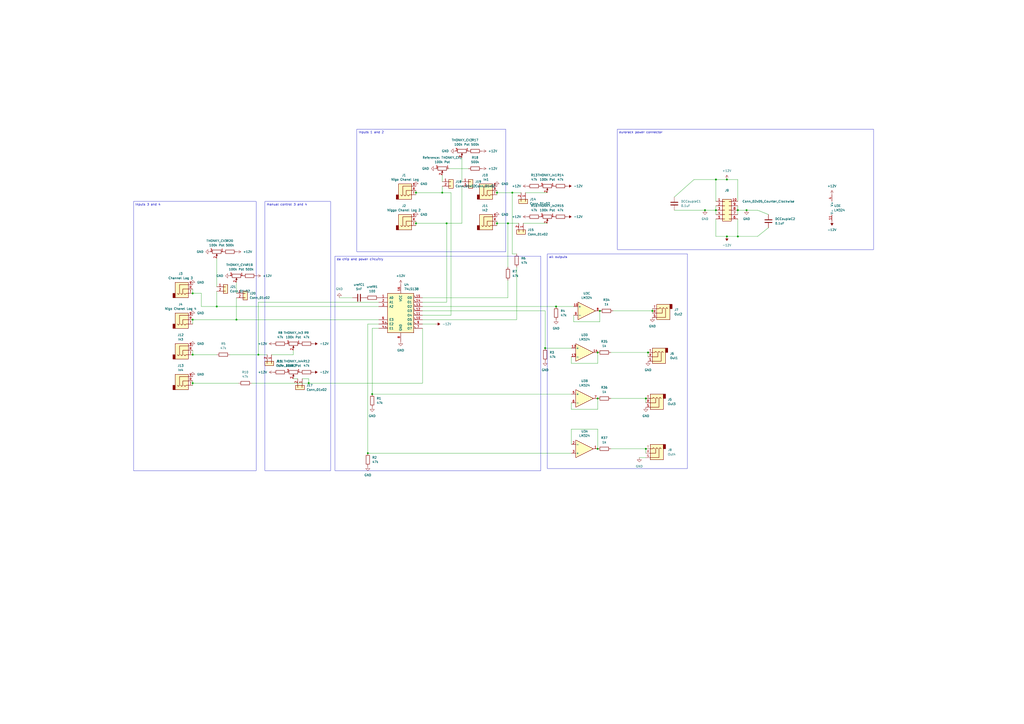
<source format=kicad_sch>
(kicad_sch (version 20230121) (generator eeschema)
  (paper "A2")
  (lib_symbols
    (symbol "74xx:74LS138" (pin_names (offset 1.016))
      (property "Reference" "U" (at -7.62 11.43 0))
      (property "Value" "74LS138" (at -7.62 -13.97 0))
      (symbol "74LS138_1_0"
        (pin input line (at -12.7 7.62 0) (length 5.08) (name "A0") (number "1"))
        (pin output output_low (at 12.7 -5.08 180) (length 5.08) (name "O5") (number "10"))
        (pin output output_low (at 12.7 -2.54 180) (length 5.08) (name "O4") (number "11"))
        (pin output output_low (at 12.7 0 180) (length 5.08) (name "O3") (number "12"))
        (pin output output_low (at 12.7 2.54 180) (length 5.08) (name "O2") (number "13"))
        (pin output output_low (at 12.7 5.08 180) (length 5.08) (name "O1") (number "14"))
        (pin output output_low (at 12.7 7.62 180) (length 5.08) (name "O0") (number "15"))
        (pin power_in line (at 0 15.24 270) (length 5.08) (name "VCC") (number "16"))
        (pin input line (at -12.7 5.08 0) (length 5.08) (name "A1") (number "2"))
        (pin input line (at -12.7 2.54 0) (length 5.08) (name "A2") (number "3"))
        (pin input input_low (at -12.7 -10.16 0) (length 5.08) (name "E1") (number "4"))
        (pin input input_low (at -12.7 -7.62 0) (length 5.08) (name "E2") (number "5"))
        (pin input line (at -12.7 -5.08 0) (length 5.08) (name "E3") (number "6"))
        (pin output output_low (at 12.7 -10.16 180) (length 5.08) (name "O7") (number "7"))
        (pin power_in line (at 0 -17.78 90) (length 5.08) (name "GND") (number "8"))
        (pin output output_low (at 12.7 -7.62 180) (length 5.08) (name "O6") (number "9"))
      )
      (symbol "74LS138_1_1"
        (rectangle (start -7.62 10.16) (end 7.62 -12.7) (stroke (width 0.254)) (fill (type background)))
      )
    )
    (symbol "Amplifier_Operational:LM324" (pin_names (offset 0.127))
      (property "Reference" "U" (at 0 5.08 0))
      (property "Value" "LM324" (at 0 -5.08 0))
      (symbol "LM324_1_1"
        (polyline (pts (xy -5.08 5.08) (xy 5.08 0) (xy -5.08 -5.08) (xy -5.08 5.08)) (stroke (width 0.254)) (fill (type background)))
        (pin output line (at 7.62 0 180) (length 2.54) (name "~") (number "1"))
        (pin input line (at -7.62 -2.54 0) (length 2.54) (name "-") (number "2"))
        (pin input line (at -7.62 2.54 0) (length 2.54) (name "+") (number "3"))
      )
      (symbol "LM324_2_1"
        (polyline (pts (xy -5.08 5.08) (xy 5.08 0) (xy -5.08 -5.08) (xy -5.08 5.08)) (stroke (width 0.254)) (fill (type background)))
        (pin input line (at -7.62 2.54 0) (length 2.54) (name "+") (number "5"))
        (pin input line (at -7.62 -2.54 0) (length 2.54) (name "-") (number "6"))
        (pin output line (at 7.62 0 180) (length 2.54) (name "~") (number "7"))
      )
      (symbol "LM324_3_1"
        (polyline (pts (xy -5.08 5.08) (xy 5.08 0) (xy -5.08 -5.08) (xy -5.08 5.08)) (stroke (width 0.254)) (fill (type background)))
        (pin input line (at -7.62 2.54 0) (length 2.54) (name "+") (number "10"))
        (pin output line (at 7.62 0 180) (length 2.54) (name "~") (number "8"))
        (pin input line (at -7.62 -2.54 0) (length 2.54) (name "-") (number "9"))
      )
      (symbol "LM324_4_1"
        (polyline (pts (xy -5.08 5.08) (xy 5.08 0) (xy -5.08 -5.08) (xy -5.08 5.08)) (stroke (width 0.254)) (fill (type background)))
        (pin input line (at -7.62 2.54 0) (length 2.54) (name "+") (number "12"))
        (pin input line (at -7.62 -2.54 0) (length 2.54) (name "-") (number "13"))
        (pin output line (at 7.62 0 180) (length 2.54) (name "~") (number "14"))
      )
      (symbol "LM324_5_1"
        (pin power_in line (at -2.54 -7.62 90) (length 3.81) (name "V-") (number "11"))
        (pin power_in line (at -2.54 7.62 270) (length 3.81) (name "V+") (number "4"))
      )
    )
    (symbol "Connector:AudioJack3"
      (property "Reference" "J" (at 0 8.89 0))
      (property "Value" "AudioJack3" (at 0 6.35 0))
      (symbol "AudioJack3_0_1"
        (rectangle (start -5.08 -5.08) (end -6.35 -2.54) (stroke (width 0.254)) (fill (type outline)))
        (polyline (pts (xy 0 -2.54) (xy 0.635 -3.175) (xy 1.27 -2.54) (xy 2.54 -2.54)) (stroke (width 0.254)))
        (polyline (pts (xy -1.905 -2.54) (xy -1.27 -3.175) (xy -0.635 -2.54) (xy -0.635 0) (xy 2.54 0)) (stroke (width 0.254)))
        (polyline (pts (xy 2.54 2.54) (xy -2.54 2.54) (xy -2.54 -2.54) (xy -3.175 -3.175) (xy -3.81 -2.54)) (stroke (width 0.254)))
        (rectangle (start 2.54 3.81) (end -5.08 -5.08) (stroke (width 0.254)) (fill (type background)))
      )
      (symbol "AudioJack3_1_1"
        (pin passive line (at 5.08 0 180) (length 2.54) (name "~") (number "R"))
        (pin passive line (at 5.08 2.54 180) (length 2.54) (name "~") (number "S"))
        (pin passive line (at 5.08 -2.54 180) (length 2.54) (name "~") (number "T"))
      )
    )
    (symbol "Connector_Generic:Conn_01x02" (pin_names (offset 1.016) hide)
      (property "Reference" "J" (at 0 2.54 0))
      (property "Value" "Conn_01x02" (at 0 -5.08 0))
      (symbol "Conn_01x02_1_1"
        (rectangle (start -1.27 -2.413) (end 0 -2.667) (stroke (width 0.1524)))
        (rectangle (start -1.27 0.127) (end 0 -0.127) (stroke (width 0.1524)))
        (rectangle (start -1.27 1.27) (end 1.27 -3.81) (stroke (width 0.254)) (fill (type background)))
        (pin passive line (at -5.08 0 0) (length 3.81) (name "Pin_1") (number "1"))
        (pin passive line (at -5.08 -2.54 0) (length 3.81) (name "Pin_2") (number "2"))
      )
    )
    (symbol "Connector_Generic:Conn_02x05_Counter_Clockwise" (pin_names (offset 1.016) hide)
      (property "Reference" "J" (at 1.27 7.62 0))
      (property "Value" "Conn_02x05_Counter_Clockwise" (at 1.27 -7.62 0))
      (symbol "Conn_02x05_Counter_Clockwise_1_1"
        (rectangle (start -1.27 -4.953) (end 0 -5.207) (stroke (width 0.1524)))
        (rectangle (start -1.27 -2.413) (end 0 -2.667) (stroke (width 0.1524)))
        (rectangle (start -1.27 0.127) (end 0 -0.127) (stroke (width 0.1524)))
        (rectangle (start -1.27 2.667) (end 0 2.413) (stroke (width 0.1524)))
        (rectangle (start -1.27 5.207) (end 0 4.953) (stroke (width 0.1524)))
        (rectangle (start -1.27 6.35) (end 3.81 -6.35) (stroke (width 0.254)) (fill (type background)))
        (rectangle (start 3.81 -4.953) (end 2.54 -5.207) (stroke (width 0.1524)))
        (rectangle (start 3.81 -2.413) (end 2.54 -2.667) (stroke (width 0.1524)))
        (rectangle (start 3.81 0.127) (end 2.54 -0.127) (stroke (width 0.1524)))
        (rectangle (start 3.81 2.667) (end 2.54 2.413) (stroke (width 0.1524)))
        (rectangle (start 3.81 5.207) (end 2.54 4.953) (stroke (width 0.1524)))
        (pin passive line (at -5.08 5.08 0) (length 3.81) (name "Pin_1") (number "1"))
        (pin passive line (at 7.62 5.08 180) (length 3.81) (name "Pin_10") (number "10"))
        (pin passive line (at -5.08 2.54 0) (length 3.81) (name "Pin_2") (number "2"))
        (pin passive line (at -5.08 0 0) (length 3.81) (name "Pin_3") (number "3"))
        (pin passive line (at -5.08 -2.54 0) (length 3.81) (name "Pin_4") (number "4"))
        (pin passive line (at -5.08 -5.08 0) (length 3.81) (name "Pin_5") (number "5"))
        (pin passive line (at 7.62 -5.08 180) (length 3.81) (name "Pin_6") (number "6"))
        (pin passive line (at 7.62 -2.54 180) (length 3.81) (name "Pin_7") (number "7"))
        (pin passive line (at 7.62 0 180) (length 3.81) (name "Pin_8") (number "8"))
        (pin passive line (at 7.62 2.54 180) (length 3.81) (name "Pin_9") (number "9"))
      )
    )
    (symbol "Device:C" (pin_numbers hide) (pin_names (offset 0.254))
      (property "Reference" "C" (at 0.635 2.54 0))
      (property "Value" "C" (at 0.635 -2.54 0))
      (symbol "C_0_1"
        (polyline (pts (xy -2.032 -0.762) (xy 2.032 -0.762)) (stroke (width 0.508)))
        (polyline (pts (xy -2.032 0.762) (xy 2.032 0.762)) (stroke (width 0.508)))
      )
      (symbol "C_1_1"
        (pin passive line (at 0 3.81 270) (length 2.794) (name "~") (number "1"))
        (pin passive line (at 0 -3.81 90) (length 2.794) (name "~") (number "2"))
      )
    )
    (symbol "Device:R" (pin_numbers hide) (pin_names (offset 0))
      (property "Reference" "R" (at 2.032 0 90))
      (property "Value" "R" (at 0 0 90))
      (symbol "R_0_1"
        (rectangle (start -1.016 -2.54) (end 1.016 2.54) (stroke (width 0.254)))
      )
      (symbol "R_1_1"
        (pin passive line (at 0 3.81 270) (length 1.27) (name "~") (number "1"))
        (pin passive line (at 0 -3.81 90) (length 1.27) (name "~") (number "2"))
      )
    )
    (symbol "Device:R_Potentiometer" (pin_names (offset 1.016) hide)
      (property "Reference" "RV" (at -4.445 0 90))
      (property "Value" "R_Potentiometer" (at -2.54 0 90))
      (symbol "R_Potentiometer_0_1"
        (polyline (pts (xy 2.54 0) (xy 1.524 0)))
        (polyline (pts (xy 1.143 0) (xy 2.286 0.508) (xy 2.286 -0.508) (xy 1.143 0)) (fill (type outline)))
        (rectangle (start 1.016 2.54) (end -1.016 -2.54) (stroke (width 0.254)))
      )
      (symbol "R_Potentiometer_1_1"
        (pin passive line (at 0 3.81 270) (length 1.27) (name "1") (number "1"))
        (pin passive line (at 3.81 0 180) (length 1.27) (name "2") (number "2"))
        (pin passive line (at 0 -3.81 90) (length 1.27) (name "3") (number "3"))
      )
    )
    (symbol "power:+12V" (power) (pin_names (offset 0))
      (property "Value" "+12V" (at 0 3.556 0))
      (symbol "+12V_0_1"
        (polyline (pts (xy -0.762 1.27) (xy 0 2.54)))
        (polyline (pts (xy 0 0) (xy 0 2.54)))
        (polyline (pts (xy 0 2.54) (xy 0.762 1.27)))
      )
      (symbol "+12V_1_1"
        (pin power_in line (at 0 0 90) (length 0) hide (name "+12V") (number "1"))
      )
    )
    (symbol "power:-12V" (power) (pin_names (offset 0))
      (property "Value" "-12V" (at 0 3.81 0))
      (symbol "-12V_0_0"
        (pin power_in line (at 0 0 90) (length 0) hide (name "-12V") (number "1"))
      )
      (symbol "-12V_0_1"
        (polyline (pts (xy 0 0) (xy 0 1.27) (xy 0.762 1.27) (xy 0 2.54) (xy -0.762 1.27) (xy 0 1.27)) (fill (type outline)))
      )
    )
    (symbol "power:GND" (power) (pin_names (offset 0))
      (property "Value" "GND" (at 0 -3.81 0))
      (symbol "GND_0_1"
        (polyline (pts (xy 0 0) (xy 0 -1.27) (xy 1.27 -1.27) (xy 0 -2.54) (xy -1.27 -1.27) (xy 0 -1.27)))
      )
      (symbol "GND_1_1"
        (pin power_in line (at 0 0 270) (length 0) hide (name "GND") (number "1"))
      )
    )
  )
  (junction (at 241.3 111.76))
  (junction (at 149.86 205.74))
  (junction (at 316.23 201.93))
  (junction (at 111.76 222.25))
  (junction (at 288.29 111.76))
  (junction (at 421.64 104.14))
  (junction (at 294.64 129.54))
  (junction (at 415.29 121.92))
  (junction (at 137.16 185.42))
  (junction (at 375.92 204.47))
  (junction (at 288.29 129.54))
  (junction (at 427.99 137.16))
  (junction (at 297.18 111.76))
  (junction (at 111.76 185.42))
  (junction (at 259.08 129.54))
  (junction (at 125.73 177.8))
  (junction (at 111.76 170.18))
  (junction (at 346.71 260.35))
  (junction (at 347.98 180.34))
  (junction (at 346.71 231.14))
  (junction (at 213.36 262.89))
  (junction (at 374.65 260.35))
  (junction (at 433.07 121.92))
  (junction (at 111.76 205.74))
  (junction (at 408.94 121.92))
  (junction (at 179.07 222.25))
  (junction (at 378.46 180.34))
  (junction (at 346.71 204.47))
  (junction (at 215.9 228.6))
  (junction (at 256.54 111.76))
  (junction (at 421.64 137.16))
  (junction (at 427.99 121.92))
  (junction (at 322.58 177.8))
  (junction (at 415.29 104.14))
  (junction (at 241.3 129.54))
  (junction (at 374.65 231.14))
  (wire (pts (xy 245.11 190.5) (xy 245.11 222.25)))
  (wire (pts (xy 241.3 111.76) (xy 256.54 111.76)))
  (wire (pts (xy 219.71 187.96) (xy 213.36 187.96)))
  (wire (pts (xy 331.47 257.81) (xy 331.47 248.92)))
  (wire (pts (xy 427.99 119.38) (xy 427.99 121.92)))
  (wire (pts (xy 137.16 185.42) (xy 219.71 185.42)))
  (wire (pts (xy 213.36 262.89) (xy 331.47 262.89)))
  (wire (pts (xy 297.18 111.76) (xy 302.26 111.76)))
  (wire (pts (xy 378.46 180.34) (xy 378.46 181.61)))
  (wire (pts (xy 347.98 186.69) (xy 347.98 180.34)))
  (wire (pts (xy 288.29 111.76) (xy 288.29 113.03)))
  (wire (pts (xy 433.07 121.92) (xy 439.42 121.92)))
  (wire (pts (xy 294.64 129.54) (xy 300.99 129.54)))
  (wire (pts (xy 260.35 97.79) (xy 271.78 97.79)))
  (wire (pts (xy 125.73 149.86) (xy 125.73 166.37)))
  (wire (pts (xy 116.84 170.18) (xy 111.76 170.18)))
  (wire (pts (xy 175.26 219.71) (xy 179.07 219.71)))
  (wire (pts (xy 241.3 128.27) (xy 241.3 129.54)))
  (wire (pts (xy 245.11 172.72) (xy 294.64 172.72)))
  (wire (pts (xy 316.23 201.93) (xy 316.23 180.34)))
  (wire (pts (xy 245.11 180.34) (xy 316.23 180.34)))
  (wire (pts (xy 439.42 121.92) (xy 445.77 124.46)))
  (wire (pts (xy 256.54 111.76) (xy 261.62 111.76)))
  (wire (pts (xy 331.47 207.01) (xy 331.47 210.82)))
  (wire (pts (xy 331.47 233.68) (xy 331.47 237.49)))
  (wire (pts (xy 427.99 137.16) (xy 427.99 127)))
  (wire (pts (xy 111.76 185.42) (xy 111.76 187.96)))
  (wire (pts (xy 245.11 187.96) (xy 252.73 187.96)))
  (wire (pts (xy 241.3 129.54) (xy 241.3 130.81)))
  (wire (pts (xy 241.3 110.49) (xy 241.3 111.76)))
  (wire (pts (xy 170.18 203.2) (xy 170.18 205.74)))
  (wire (pts (xy 331.47 248.92) (xy 346.71 248.92)))
  (wire (pts (xy 299.72 185.42) (xy 245.11 185.42)))
  (wire (pts (xy 111.76 205.74) (xy 125.73 205.74)))
  (wire (pts (xy 288.29 111.76) (xy 297.18 111.76)))
  (wire (pts (xy 146.05 222.25) (xy 179.07 222.25)))
  (wire (pts (xy 391.16 114.3) (xy 402.59 104.14)))
  (wire (pts (xy 299.72 154.94) (xy 299.72 185.42)))
  (wire (pts (xy 415.29 104.14) (xy 421.64 104.14)))
  (wire (pts (xy 331.47 210.82) (xy 346.71 210.82)))
  (wire (pts (xy 288.29 128.27) (xy 288.29 129.54)))
  (wire (pts (xy 415.29 137.16) (xy 421.64 137.16)))
  (wire (pts (xy 304.8 111.76) (xy 317.5 111.76)))
  (wire (pts (xy 294.64 154.94) (xy 294.64 129.54)))
  (wire (pts (xy 354.33 231.14) (xy 374.65 231.14)))
  (wire (pts (xy 427.99 121.92) (xy 433.07 121.92)))
  (wire (pts (xy 332.74 186.69) (xy 347.98 186.69)))
  (wire (pts (xy 370.84 265.43) (xy 374.65 265.43)))
  (wire (pts (xy 111.76 220.98) (xy 111.76 222.25)))
  (wire (pts (xy 125.73 177.8) (xy 116.84 177.8)))
  (wire (pts (xy 137.16 172.72) (xy 137.16 185.42)))
  (wire (pts (xy 346.71 248.92) (xy 346.71 260.35)))
  (wire (pts (xy 245.11 177.8) (xy 322.58 177.8)))
  (wire (pts (xy 408.94 121.92) (xy 415.29 121.92)))
  (wire (pts (xy 355.6 180.34) (xy 378.46 180.34)))
  (wire (pts (xy 415.29 127) (xy 415.29 137.16)))
  (wire (pts (xy 137.16 163.83) (xy 137.16 170.18)))
  (wire (pts (xy 213.36 187.96) (xy 213.36 262.89)))
  (wire (pts (xy 303.53 129.54) (xy 317.5 129.54)))
  (wire (pts (xy 179.07 219.71) (xy 179.07 222.25)))
  (wire (pts (xy 261.62 111.76) (xy 261.62 182.88)))
  (wire (pts (xy 322.58 177.8) (xy 332.74 177.8)))
  (wire (pts (xy 288.29 110.49) (xy 288.29 111.76)))
  (wire (pts (xy 267.97 129.54) (xy 259.08 129.54)))
  (wire (pts (xy 346.71 210.82) (xy 346.71 204.47)))
  (wire (pts (xy 375.92 204.47) (xy 375.92 207.01)))
  (wire (pts (xy 111.76 203.2) (xy 111.76 205.74)))
  (wire (pts (xy 415.29 119.38) (xy 415.29 121.92)))
  (wire (pts (xy 179.07 222.25) (xy 245.11 222.25)))
  (wire (pts (xy 299.72 147.32) (xy 297.18 147.32)))
  (wire (pts (xy 116.84 177.8) (xy 116.84 170.18)))
  (wire (pts (xy 374.65 260.35) (xy 374.65 262.89)))
  (wire (pts (xy 331.47 237.49) (xy 346.71 237.49)))
  (wire (pts (xy 170.18 219.71) (xy 172.72 219.71)))
  (wire (pts (xy 111.76 185.42) (xy 137.16 185.42)))
  (wire (pts (xy 346.71 237.49) (xy 346.71 231.14)))
  (wire (pts (xy 111.76 222.25) (xy 138.43 222.25)))
  (wire (pts (xy 261.62 182.88) (xy 245.11 182.88)))
  (wire (pts (xy 111.76 222.25) (xy 111.76 223.52)))
  (wire (pts (xy 374.65 231.14) (xy 374.65 233.68)))
  (wire (pts (xy 294.64 172.72) (xy 294.64 162.56)))
  (wire (pts (xy 439.42 137.16) (xy 427.99 137.16)))
  (wire (pts (xy 125.73 168.91) (xy 125.73 177.8)))
  (wire (pts (xy 297.18 111.76) (xy 297.18 147.32)))
  (wire (pts (xy 241.3 111.76) (xy 241.3 113.03)))
  (wire (pts (xy 149.86 175.26) (xy 149.86 205.74)))
  (wire (pts (xy 288.29 129.54) (xy 288.29 130.81)))
  (wire (pts (xy 219.71 177.8) (xy 125.73 177.8)))
  (wire (pts (xy 427.99 104.14) (xy 427.99 116.84)))
  (wire (pts (xy 415.29 121.92) (xy 415.29 124.46)))
  (wire (pts (xy 219.71 175.26) (xy 149.86 175.26)))
  (wire (pts (xy 267.97 91.44) (xy 267.97 105.41)))
  (wire (pts (xy 378.46 179.07) (xy 378.46 180.34)))
  (wire (pts (xy 421.64 137.16) (xy 427.99 137.16)))
  (wire (pts (xy 215.9 228.6) (xy 331.47 228.6)))
  (wire (pts (xy 111.76 167.64) (xy 111.76 170.18)))
  (wire (pts (xy 245.11 175.26) (xy 259.08 175.26)))
  (wire (pts (xy 332.74 182.88) (xy 332.74 186.69)))
  (wire (pts (xy 294.64 129.54) (xy 288.29 129.54)))
  (wire (pts (xy 391.16 121.92) (xy 408.94 121.92)))
  (wire (pts (xy 421.64 104.14) (xy 427.99 104.14)))
  (wire (pts (xy 215.9 190.5) (xy 215.9 228.6)))
  (wire (pts (xy 402.59 104.14) (xy 415.29 104.14)))
  (wire (pts (xy 219.71 190.5) (xy 215.9 190.5)))
  (wire (pts (xy 427.99 121.92) (xy 427.99 124.46)))
  (wire (pts (xy 133.35 205.74) (xy 149.86 205.74)))
  (wire (pts (xy 354.33 260.35) (xy 374.65 260.35)))
  (wire (pts (xy 445.77 132.08) (xy 439.42 137.16)))
  (wire (pts (xy 241.3 129.54) (xy 259.08 129.54)))
  (wire (pts (xy 154.94 205.74) (xy 149.86 205.74)))
  (wire (pts (xy 256.54 101.6) (xy 256.54 105.41)))
  (wire (pts (xy 331.47 201.93) (xy 316.23 201.93)))
  (wire (pts (xy 267.97 107.95) (xy 267.97 129.54)))
  (wire (pts (xy 354.33 204.47) (xy 375.92 204.47)))
  (wire (pts (xy 415.29 116.84) (xy 415.29 104.14)))
  (wire (pts (xy 256.54 107.95) (xy 256.54 111.76)))
  (wire (pts (xy 259.08 175.26) (xy 259.08 129.54)))
  (wire (pts (xy 196.85 172.72) (xy 204.47 172.72)))
  (wire (pts (xy 170.18 205.74) (xy 157.48 205.74)))
  (text_box "Inputs 1 and 2" (at 207.01 74.93 0) (size 86.36 71.12) (effects (font (size 1.27 1.27)) (justify left top)))
  (text_box "Inputs 3 and 4\n" (at 77.47 116.84 0) (size 71.12 156.21) (effects (font (size 1.27 1.27)) (justify left top)))
  (text_box "eurorack power connector\n" (at 358.14 74.93 0) (size 148.59 69.85) (effects (font (size 1.27 1.27)) (justify left top)))
  (text_box "all outputs" (at 317.5 147.32 0) (size 81.28 124.46) (effects (font (size 1.27 1.27)) (justify left top)))
  (text_box "da chip and power circuitry\n" (at 194.31 148.59 0) (size 119.38 124.46) (effects (font (size 1.27 1.27)) (justify left top)))
  (text_box "manual control 3 and 4\n" (at 153.67 116.84 0) (size 38.1 156.21) (effects (font (size 1.27 1.27)) (justify left top)))
  (symbol (lib_id "power:GND") (at 121.92 146.05 270) (unit 1)
    (property "Reference" "#PWR023" (effects hide))
    (property "Value" "GND" (at 118.11 146.05 90) (effects (justify right)))
  )
  (symbol (lib_id "Connector:AudioJack3") (at 236.22 128.27 0) (unit 1)
    (property "Reference" "J2" (at 234.315 119.38 0))
    (property "Value" "Niggo Chanel Log 2" (at 234.315 121.92 0))
    (property "Footprint" "AudioJacks:Jack_3.5mm_QingPu_WQP-PJ398SM_Vertical" (effects hide))
  )
  (symbol (lib_id "power:+12V") (at 421.64 104.14 0) (unit 1)
    (property "Reference" "#PWR047" (effects hide))
    (property "Value" "+12V" (at 421.64 99.06 0))
  )
  (symbol (lib_id "power:-12V") (at 482.6 128.27 180) (unit 1)
    (property "Reference" "#PWR051" (effects hide))
    (property "Value" "-12V" (at 482.6 133.35 0))
  )
  (symbol (lib_id "power:GND") (at 408.94 121.92 0) (unit 1)
    (property "Reference" "#PWR046" (effects hide))
    (property "Value" "GND" (at 408.94 127 0))
  )
  (symbol (lib_id "power:GND") (at 111.76 200.66 180) (unit 1)
    (property "Reference" "#PWR011" (effects hide))
    (property "Value" "GND" (at 114.3 199.3899 0) (effects (justify right)))
  )
  (symbol (lib_id "Device:R") (at 325.12 107.95 90) (unit 1)
    (property "Reference" "R14" (at 325.12 101.6 90))
    (property "Value" "47k" (at 325.12 104.14 90))
    (property "Footprint" "Resistor_SMD:R_1206_3216Metric" (effects hide))
  )
  (symbol (lib_id "Device:R") (at 177.8 215.9 90) (unit 1)
    (property "Reference" "R12" (at 177.8 209.55 90))
    (property "Value" "47k" (at 177.8 212.09 90))
    (property "Footprint" "Resistor_SMD:R_1206_3216Metric" (effects hide))
  )
  (symbol (lib_id "power:-12V") (at 328.93 125.73 270) (unit 1)
    (property "Reference" "#PWR015" (effects hide))
    (property "Value" "-12V" (at 332.74 125.7299 90) (effects (justify left)))
  )
  (symbol (lib_id "Connector:AudioJack3") (at 106.68 203.2 0) (unit 1)
    (property "Reference" "J12" (at 104.775 194.31 0))
    (property "Value" "In3" (at 104.775 196.85 0))
    (property "Footprint" "AudioJacks:Jack_3.5mm_QingPu_WQP-PJ398SM_Vertical" (effects hide))
  )
  (symbol (lib_id "Device:R") (at 351.79 180.34 90) (unit 1)
    (property "Reference" "R34" (at 351.79 173.99 90))
    (property "Value" "1k" (at 351.79 176.53 90))
    (property "Footprint" "Resistor_SMD:R_1206_3216Metric" (effects hide))
  )
  (symbol (lib_id "Device:R_Potentiometer") (at 170.18 215.9 270) (unit 1)
    (property "Reference" "THONKY_In4" (at 170.18 209.55 90))
    (property "Value" "100k Pot" (at 170.18 212.09 90))
    (property "Footprint" "Potentiometer_THT:Potentiometer_Alps_RK09K_Single_Vertical" (effects hide))
  )
  (symbol (lib_id "Connector_Generic:Conn_01x02") (at 130.81 166.37 0) (unit 1)
    (property "Reference" "J21" (at 133.35 166.37 0) (effects (justify left)))
    (property "Value" "Conn_01x02" (at 133.35 168.91 0) (effects (justify left)))
    (property "Footprint" "Connector_PinHeader_2.54mm:PinHeader_1x02_P2.54mm_Vertical" (effects hide))
  )
  (symbol (lib_id "power:-12V") (at 421.64 137.16 180) (unit 1)
    (property "Reference" "#PWR048" (effects hide))
    (property "Value" "-12V" (at 421.64 142.24 0))
  )
  (symbol (lib_id "Device:R") (at 177.8 199.39 90) (unit 1)
    (property "Reference" "R9" (at 177.8 193.04 90))
    (property "Value" "47k" (at 177.8 195.58 90))
    (property "Footprint" "Resistor_SMD:R_1206_3216Metric" (effects hide))
  )
  (symbol (lib_id "Device:R") (at 350.52 231.14 90) (unit 1)
    (property "Reference" "R36" (at 350.52 224.79 90))
    (property "Value" "1k" (at 350.52 227.33 90))
    (property "Footprint" "Resistor_SMD:R_1206_3216Metric" (effects hide))
  )
  (symbol (lib_id "power:+12V") (at 158.75 199.39 90) (unit 1)
    (property "Reference" "#PWR019" (effects hide))
    (property "Value" "+12V" (at 154.94 199.39 90) (effects (justify left)))
  )
  (symbol (lib_id "74xx:74LS138") (at 232.41 180.34 0) (unit 1)
    (property "Reference" "U4" (at 234.4294 165.1 0) (effects (justify left)))
    (property "Value" "74LS138" (at 234.4294 167.64 0) (effects (justify left)))
    (property "Footprint" "Package_SO:SOIC-16_3.9x9.9mm_P1.27mm" (effects hide))
    (property "Datasheet" "http://www.ti.com/lit/gpn/sn74LS138" (effects hide))
  )
  (symbol (lib_id "Device:R") (at 299.72 151.13 180) (unit 1)
    (property "Reference" "R6" (at 302.26 149.86 0) (effects (justify right)))
    (property "Value" "47k" (at 302.26 152.4 0) (effects (justify right)))
    (property "Footprint" "Resistor_SMD:R_1206_3216Metric" (effects hide))
  )
  (symbol (lib_id "Connector_Generic:Conn_01x02") (at 157.48 210.82 270) (unit 1)
    (property "Reference" "J16" (at 160.02 209.55 90) (effects (justify left)))
    (property "Value" "Conn_01x02" (at 160.02 212.09 90) (effects (justify left)))
    (property "Footprint" "Connector_PinHeader_2.54mm:PinHeader_1x02_P2.54mm_Vertical" (effects hide))
  )
  (symbol (lib_id "Device:R") (at 215.9 172.72 90) (unit 1)
    (property "Reference" "urefR1" (at 215.9 166.37 90))
    (property "Value" "100" (at 215.9 168.91 90))
    (property "Footprint" "Capacitor_SMD:C_1206_3216Metric" (effects hide))
  )
  (symbol (lib_id "Device:R") (at 142.24 222.25 90) (unit 1)
    (property "Reference" "R10" (at 142.24 215.9 90))
    (property "Value" "47k" (at 142.24 218.44 90))
    (property "Footprint" "Resistor_SMD:R_1206_3216Metric" (effects hide))
  )
  (symbol (lib_id "Connector_Generic:Conn_01x02") (at 142.24 170.18 0) (unit 1)
    (property "Reference" "J20" (at 144.78 170.18 0) (effects (justify left)))
    (property "Value" "Conn_01x02" (at 144.78 172.72 0) (effects (justify left)))
    (property "Footprint" "Connector_PinHeader_2.54mm:PinHeader_1x02_P2.54mm_Vertical" (effects hide))
  )
  (symbol (lib_id "power:GND") (at 378.46 184.15 0) (unit 1)
    (property "Reference" "#PWR033" (effects hide))
    (property "Value" "GND" (at 378.46 189.23 0))
  )
  (symbol (lib_id "Device:R") (at 325.12 125.73 90) (unit 1)
    (property "Reference" "R15" (at 325.12 119.38 90))
    (property "Value" "47k" (at 325.12 121.92 90))
    (property "Footprint" "Resistor_SMD:R_1206_3216Metric" (effects hide))
  )
  (symbol (lib_id "Amplifier_Operational:LM324") (at 340.36 180.34 0) (unit 3)
    (property "Reference" "U3" (at 340.36 170.18 0))
    (property "Value" "LM324" (at 340.36 172.72 0))
    (property "Footprint" "Package_SO:SOIC-14_3.9x8.7mm_P1.27mm" (effects hide))
    (property "Datasheet" "http://www.ti.com/lit/ds/symlink/lm2902-n.pdf" (effects hide))
  )
  (symbol (lib_id "power:GND") (at 316.23 209.55 0) (unit 1)
    (property "Reference" "#PWR06" (effects hide))
    (property "Value" "GND" (at 316.23 214.63 0))
  )
  (symbol (lib_id "Device:R") (at 162.56 199.39 90) (unit 1)
    (property "Reference" "R8" (at 162.56 193.04 90))
    (property "Value" "47k" (at 162.56 195.58 90))
    (property "Footprint" "Resistor_SMD:R_1206_3216Metric" (effects hide))
  )
  (symbol (lib_id "power:GND") (at 370.84 265.43 0) (unit 1)
    (property "Reference" "#PWR031" (effects hide))
    (property "Value" "GND" (at 370.84 270.51 0))
  )
  (symbol (lib_id "power:GND") (at 232.41 198.12 0) (unit 1)
    (property "Reference" "#PWR038" (effects hide))
    (property "Value" "GND" (at 232.41 203.2 0))
  )
  (symbol (lib_id "Connector_Generic:Conn_01x02") (at 303.53 134.62 270) (unit 1)
    (property "Reference" "J15" (at 306.07 133.35 90) (effects (justify left)))
    (property "Value" "Conn_01x02" (at 306.07 135.89 90) (effects (justify left)))
    (property "Footprint" "Connector_PinHeader_2.54mm:PinHeader_1x02_P2.54mm_Vertical" (effects hide))
  )
  (symbol (lib_id "power:+12V") (at 279.4 97.79 270) (unit 1)
    (property "Reference" "#PWR026" (effects hide))
    (property "Value" "+12V" (at 283.21 97.79 90) (effects (justify left)))
  )
  (symbol (lib_id "Connector:AudioJack3") (at 283.21 128.27 0) (unit 1)
    (property "Reference" "J11" (at 281.305 119.38 0))
    (property "Value" "In2" (at 281.305 121.92 0))
    (property "Footprint" "AudioJacks:Jack_3.5mm_QingPu_WQP-PJ398SM_Vertical" (effects hide))
  )
  (symbol (lib_id "power:-12V") (at 252.73 187.96 270) (unit 1)
    (property "Reference" "#PWR039" (effects hide))
    (property "Value" "-12V" (at 256.54 187.9599 90) (effects (justify left)))
  )
  (symbol (lib_id "Connector_Generic:Conn_02x05_Counter_Clockwise") (at 420.37 121.92 0) (unit 1)
    (property "Reference" "J9" (at 421.64 110.49 0))
    (property "Value" "Conn_02x05_Counter_Clockwise" (at 445.77 116.84 0))
    (property "Footprint" "Connector_PinHeader_2.54mm:PinHeader_2x05_P2.54mm_Vertical" (effects hide))
  )
  (symbol (lib_id "Connector:AudioJack3") (at 381 207.01 180) (unit 1)
    (property "Reference" "J6" (at 388.62 205.105 0) (effects (justify right)))
    (property "Value" "Out1" (at 388.62 207.645 0) (effects (justify right)))
    (property "Footprint" "AudioJacks:Jack_3.5mm_QingPu_WQP-PJ398SM_Vertical" (effects hide))
  )
  (symbol (lib_id "Device:R_Potentiometer") (at 170.18 199.39 270) (unit 1)
    (property "Reference" "THONKY_In3" (at 170.18 193.04 90))
    (property "Value" "100k Pot" (at 170.18 195.58 90))
    (property "Footprint" "Potentiometer_THT:Potentiometer_Alps_RK09K_Single_Vertical" (effects hide))
  )
  (symbol (lib_id "Device:R") (at 215.9 232.41 180) (unit 1)
    (property "Reference" "R1" (at 218.44 231.14 0) (effects (justify right)))
    (property "Value" "47k" (at 218.44 233.68 0) (effects (justify right)))
    (property "Footprint" "Resistor_SMD:R_1206_3216Metric" (effects hide))
  )
  (symbol (lib_id "Connector:AudioJack3") (at 283.21 110.49 0) (unit 1)
    (property "Reference" "J10" (at 281.305 101.6 0))
    (property "Value" "In1" (at 281.94 104.14 0))
    (property "Footprint" "AudioJacks:Jack_3.5mm_QingPu_WQP-PJ398SM_Vertical" (effects hide))
  )
  (symbol (lib_id "power:-12V") (at 181.61 215.9 270) (unit 1)
    (property "Reference" "#PWR013" (effects hide))
    (property "Value" "-12V" (at 185.42 215.8999 90) (effects (justify left)))
  )
  (symbol (lib_id "Amplifier_Operational:LM324") (at 339.09 204.47 0) (unit 4)
    (property "Reference" "U3" (at 339.09 194.31 0))
    (property "Value" "LM324" (at 339.09 196.85 0))
    (property "Footprint" "Package_SO:SOIC-14_3.9x8.7mm_P1.27mm" (effects hide))
    (property "Datasheet" "http://www.ti.com/lit/ds/symlink/lm2902-n.pdf" (effects hide))
  )
  (symbol (lib_id "Device:R") (at 350.52 204.47 90) (unit 1)
    (property "Reference" "R35" (at 350.52 198.12 90))
    (property "Value" "1k" (at 350.52 200.66 90))
    (property "Footprint" "Resistor_SMD:R_1206_3216Metric" (effects hide))
  )
  (symbol (lib_id "Device:R") (at 316.23 205.74 180) (unit 1)
    (property "Reference" "R3" (at 318.77 204.47 0) (effects (justify right)))
    (property "Value" "47k" (at 318.77 207.01 0) (effects (justify right)))
    (property "Footprint" "Resistor_SMD:R_1206_3216Metric" (effects hide))
  )
  (symbol (lib_id "Connector:AudioJack3") (at 106.68 167.64 0) (unit 1)
    (property "Reference" "J3" (at 104.775 158.75 0))
    (property "Value" "Channel Log 3" (at 104.775 161.29 0))
    (property "Footprint" "AudioJacks:Jack_3.5mm_QingPu_WQP-PJ398SM_Vertical" (effects hide))
  )
  (symbol (lib_id "Device:R") (at 294.64 158.75 180) (unit 1)
    (property "Reference" "R7" (at 297.18 157.48 0) (effects (justify right)))
    (property "Value" "47k" (at 297.18 160.02 0) (effects (justify right)))
    (property "Footprint" "Resistor_SMD:R_1206_3216Metric" (effects hide))
  )
  (symbol (lib_id "Connector:AudioJack3") (at 379.73 262.89 180) (unit 1)
    (property "Reference" "J8" (at 387.35 260.985 0) (effects (justify right)))
    (property "Value" "Out4" (at 387.35 263.525 0) (effects (justify right)))
    (property "Footprint" "AudioJacks:Jack_3.5mm_QingPu_WQP-PJ398SM_Vertical" (effects hide))
  )
  (symbol (lib_id "Connector:AudioJack3") (at 379.73 233.68 180) (unit 1)
    (property "Reference" "J5" (at 387.35 231.775 0) (effects (justify right)))
    (property "Value" "Out3" (at 387.35 234.315 0) (effects (justify right)))
    (property "Footprint" "AudioJacks:Jack_3.5mm_QingPu_WQP-PJ398SM_Vertical" (effects hide))
  )
  (symbol (lib_id "Amplifier_Operational:LM324") (at 339.09 260.35 0) (mirror x) (unit 1)
    (property "Reference" "U3" (at 339.09 250.19 0))
    (property "Value" "LM324" (at 339.09 252.73 0))
    (property "Footprint" "Package_SO:SOIC-14_3.9x8.7mm_P1.27mm" (effects hide))
    (property "Datasheet" "http://www.ti.com/lit/ds/symlink/lm2902-n.pdf" (effects hide))
  )
  (symbol (lib_id "power:GND") (at 111.76 218.44 180) (unit 1)
    (property "Reference" "#PWR012" (effects hide))
    (property "Value" "GND" (at 114.3 217.1699 0) (effects (justify right)))
  )
  (symbol (lib_id "power:+12V") (at 148.59 160.02 270) (unit 1)
    (property "Reference" "#PWR027" (effects hide))
    (property "Value" "+12V" (at 152.4 160.02 90) (effects (justify left)))
  )
  (symbol (lib_id "Device:R") (at 162.56 215.9 90) (unit 1)
    (property "Reference" "R11" (at 162.56 209.55 90))
    (property "Value" "47k" (at 162.56 212.09 90))
    (property "Footprint" "Resistor_SMD:R_1206_3216Metric" (effects hide))
  )
  (symbol (lib_id "power:GND") (at 111.76 182.88 180) (unit 1)
    (property "Reference" "#PWR04" (effects hide))
    (property "Value" "GND" (at 114.3 181.6099 0) (effects (justify right)))
  )
  (symbol (lib_id "Device:R_Potentiometer") (at 267.97 87.63 270) (unit 1)
    (property "Reference" "THONKY_CV2" (at 267.97 81.28 90))
    (property "Value" "100k Pot" (at 267.97 83.82 90))
    (property "Footprint" "Potentiometer_THT:Potentiometer_Alps_RK09K_Single_Vertical" (effects hide))
  )
  (symbol (lib_id "Device:C") (at 208.28 172.72 90) (unit 1)
    (property "Reference" "urefC1" (at 208.28 165.1 90))
    (property "Value" "5nF" (at 208.28 167.64 90))
    (property "Footprint" "Capacitor_SMD:C_1206_3216Metric" (effects hide))
  )
  (symbol (lib_id "power:+12V") (at 137.16 146.05 270) (unit 1)
    (property "Reference" "#PWR028" (effects hide))
    (property "Value" "+12V" (at 140.97 146.05 90) (effects (justify left)))
  )
  (symbol (lib_id "Device:R") (at 133.35 146.05 90) (unit 1)
    (property "Reference" "R20" (at 133.35 139.7 90))
    (property "Value" "500k" (at 133.35 142.24 90))
    (property "Footprint" "Resistor_SMD:R_1206_3216Metric" (effects hide))
  )
  (symbol (lib_id "Device:R") (at 144.78 160.02 90) (unit 1)
    (property "Reference" "R19" (at 144.78 153.67 90))
    (property "Value" "500k" (at 144.78 156.21 90))
    (property "Footprint" "Resistor_SMD:R_1206_3216Metric" (effects hide))
  )
  (symbol (lib_id "Device:R_Potentiometer") (at 317.5 125.73 270) (unit 1)
    (property "Reference" "THONKY_In2" (at 317.5 119.38 90))
    (property "Value" "100k Pot" (at 317.5 121.92 90))
    (property "Footprint" "Potentiometer_THT:Potentiometer_Alps_RK09K_Single_Vertical" (effects hide))
  )
  (symbol (lib_id "Amplifier_Operational:LM324") (at 485.14 120.65 0) (unit 5)
    (property "Reference" "U3" (at 483.87 119.3799 0) (effects (justify left)))
    (property "Value" "LM324" (at 483.87 121.9199 0) (effects (justify left)))
    (property "Footprint" "Package_SO:SOIC-14_3.9x8.7mm_P1.27mm" (effects hide))
    (property "Datasheet" "http://www.ti.com/lit/ds/symlink/lm2902-n.pdf" (effects hide))
  )
  (symbol (lib_id "Device:R_Potentiometer") (at 317.5 107.95 270) (unit 1)
    (property "Reference" "THONKY_In1" (at 317.5 101.6 90))
    (property "Value" "100k Pot" (at 317.5 104.14 90))
    (property "Footprint" "Potentiometer_THT:Potentiometer_Alps_RK09K_Single_Vertical" (effects hide))
  )
  (symbol (lib_id "Device:R") (at 350.52 260.35 90) (unit 1)
    (property "Reference" "R37" (at 350.52 254 90))
    (property "Value" "1k" (at 350.52 256.54 90))
    (property "Footprint" "Resistor_SMD:R_1206_3216Metric" (effects hide))
  )
  (symbol (lib_id "power:GND") (at 374.65 236.22 0) (unit 1)
    (property "Reference" "#PWR030" (effects hide))
    (property "Value" "GND" (at 374.65 241.3 0))
  )
  (symbol (lib_id "power:+12V") (at 482.6 113.03 0) (unit 1)
    (property "Reference" "#PWR050" (effects hide))
    (property "Value" "+12V" (at 482.6 107.95 0))
  )
  (symbol (lib_id "Device:R") (at 322.58 181.61 180) (unit 1)
    (property "Reference" "R4" (at 325.12 180.34 0) (effects (justify right)))
    (property "Value" "47k" (at 325.12 182.88 0) (effects (justify right)))
    (property "Footprint" "Resistor_SMD:R_1206_3216Metric" (effects hide))
  )
  (symbol (lib_id "power:+12V") (at 232.41 165.1 0) (unit 1)
    (property "Reference" "#PWR037" (effects hide))
    (property "Value" "+12V" (at 232.41 160.02 0))
  )
  (symbol (lib_id "power:GND") (at 375.92 209.55 0) (unit 1)
    (property "Reference" "#PWR032" (effects hide))
    (property "Value" "GND" (at 375.92 214.63 0))
  )
  (symbol (lib_id "power:+12V") (at 306.07 107.95 90) (unit 1)
    (property "Reference" "#PWR018" (effects hide))
    (property "Value" "+12V" (at 302.26 107.95 90) (effects (justify left)))
  )
  (symbol (lib_id "Connector_Generic:Conn_01x02") (at 261.62 105.41 0) (unit 1)
    (property "Reference" "J18" (at 264.16 105.41 0) (effects (justify left)))
    (property "Value" "Conn_01x02" (at 264.16 107.95 0) (effects (justify left)))
    (property "Footprint" "Connector_PinHeader_2.54mm:PinHeader_1x02_P2.54mm_Vertical" (effects hide))
  )
  (symbol (lib_id "power:GND") (at 215.9 236.22 0) (unit 1)
    (property "Reference" "#PWR07" (effects hide))
    (property "Value" "GND" (at 215.9 241.3 0))
  )
  (symbol (lib_id "Device:R") (at 213.36 266.7 180) (unit 1)
    (property "Reference" "R2" (at 215.9 265.43 0) (effects (justify right)))
    (property "Value" "47k" (at 215.9 267.97 0) (effects (justify right)))
    (property "Footprint" "Resistor_SMD:R_1206_3216Metric" (effects hide))
  )
  (symbol (lib_id "power:-12V") (at 181.61 199.39 270) (unit 1)
    (property "Reference" "#PWR014" (effects hide))
    (property "Value" "-12V" (at 185.42 199.3899 90) (effects (justify left)))
  )
  (symbol (lib_id "Device:C") (at 391.16 118.11 180) (unit 1)
    (property "Reference" "DCCoupleC1" (at 394.97 116.8399 0) (effects (justify right)))
    (property "Value" "0.1uF" (at 394.97 119.3799 0) (effects (justify right)))
    (property "Footprint" "Capacitor_SMD:C_1206_3216Metric" (effects hide))
  )
  (symbol (lib_id "power:GND") (at 111.76 165.1 180) (unit 1)
    (property "Reference" "#PWR03" (effects hide))
    (property "Value" "GND" (at 114.3 163.8299 0) (effects (justify right)))
  )
  (symbol (lib_id "power:+12V") (at 158.75 215.9 90) (unit 1)
    (property "Reference" "#PWR020" (effects hide))
    (property "Value" "+12V" (at 154.94 215.9 90) (effects (justify left)))
  )
  (symbol (lib_id "power:GND") (at 213.36 270.51 0) (unit 1)
    (property "Reference" "#PWR08" (effects hide))
    (property "Value" "GND" (at 213.36 275.59 0))
  )
  (symbol (lib_id "power:GND") (at 288.29 125.73 180) (unit 1)
    (property "Reference" "#PWR010" (effects hide))
    (property "Value" "GND" (at 290.83 124.4599 0) (effects (justify right)))
  )
  (symbol (lib_id "Device:R_Potentiometer") (at 256.54 97.79 270) (unit 1)
    (property "Reference" "THONKY_CV1" (at 256.54 91.44 90) (show_name))
    (property "Value" "100k Pot" (at 256.54 93.98 90))
    (property "Footprint" "Potentiometer_THT:Potentiometer_Alps_RK09K_Single_Vertical" (effects hide))
  )
  (symbol (lib_id "Connector:AudioJack3") (at 106.68 185.42 0) (unit 1)
    (property "Reference" "J4" (at 104.775 176.53 0))
    (property "Value" "Nigo Chanel Log 4" (at 104.775 179.07 0))
    (property "Footprint" "AudioJacks:Jack_3.5mm_QingPu_WQP-PJ398SM_Vertical" (effects hide))
  )
  (symbol (lib_id "power:GND") (at 322.58 185.42 0) (unit 1)
    (property "Reference" "#PWR05" (effects hide))
    (property "Value" "GND" (at 322.58 190.5 0))
  )
  (symbol (lib_id "Device:R") (at 275.59 97.79 90) (unit 1)
    (property "Reference" "R18" (at 275.59 91.44 90))
    (property "Value" "500k" (at 275.59 93.98 90))
    (property "Footprint" "Resistor_SMD:R_1206_3216Metric" (effects hide))
  )
  (symbol (lib_id "Connector:AudioJack3") (at 236.22 110.49 0) (unit 1)
    (property "Reference" "J1" (at 234.315 101.6 0))
    (property "Value" "Nigo Chanel Log" (at 234.95 104.14 0))
    (property "Footprint" "AudioJacks:Jack_3.5mm_QingPu_WQP-PJ398SM_Vertical" (effects hide))
  )
  (symbol (lib_id "power:GND") (at 433.07 121.92 0) (unit 1)
    (property "Reference" "#PWR049" (effects hide))
    (property "Value" "GND" (at 433.07 127 0))
  )
  (symbol (lib_id "Device:R_Potentiometer") (at 137.16 160.02 270) (unit 1)
    (property "Reference" "THONKY_CV4" (at 137.16 153.67 90))
    (property "Value" "100k Pot" (at 137.16 156.21 90))
    (property "Footprint" "Potentiometer_THT:Potentiometer_Alps_RK09K_Single_Vertical" (effects hide))
  )
  (symbol (lib_id "Device:C") (at 445.77 128.27 180) (unit 1)
    (property "Reference" "DCCoupleC2" (at 449.58 126.9999 0) (effects (justify right)))
    (property "Value" "0.1uF" (at 449.58 129.5399 0) (effects (justify right)))
    (property "Footprint" "Capacitor_SMD:C_1206_3216Metric" (effects hide))
  )
  (symbol (lib_id "Connector_Generic:Conn_01x02") (at 304.8 116.84 270) (unit 1)
    (property "Reference" "J14" (at 307.34 115.57 90) (effects (justify left)))
    (property "Value" "Conn_01x02" (at 307.34 118.11 90) (effects (justify left)))
    (property "Footprint" "Connector_PinHeader_2.54mm:PinHeader_1x02_P2.54mm_Vertical" (effects hide))
  )
  (symbol (lib_id "power:GND") (at 252.73 97.79 270) (unit 1)
    (property "Reference" "#PWR021" (effects hide))
    (property "Value" "GND" (at 248.92 97.79 90) (effects (justify right)))
  )
  (symbol (lib_id "power:-12V") (at 328.93 107.95 270) (unit 1)
    (property "Reference" "#PWR016" (effects hide))
    (property "Value" "-12V" (at 332.74 107.9499 90) (effects (justify left)))
  )
  (symbol (lib_id "power:GND") (at 241.3 125.73 180) (unit 1)
    (property "Reference" "#PWR02" (effects hide))
    (property "Value" "GND" (at 243.84 124.4599 0) (effects (justify right)))
  )
  (symbol (lib_id "Connector:AudioJack3") (at 106.68 220.98 0) (unit 1)
    (property "Reference" "J13" (at 104.775 212.09 0))
    (property "Value" "In4" (at 104.775 214.63 0))
    (property "Footprint" "AudioJacks:Jack_3.5mm_QingPu_WQP-PJ398SM_Vertical" (effects hide))
  )
  (symbol (lib_id "power:GND") (at 288.29 107.95 180) (unit 1)
    (property "Reference" "#PWR09" (effects hide))
    (property "Value" "GND" (at 290.83 106.6799 0) (effects (justify right)))
  )
  (symbol (lib_id "Device:R") (at 309.88 107.95 90) (unit 1)
    (property "Reference" "R13" (at 309.88 101.6 90))
    (property "Value" "47k" (at 309.88 104.14 90))
    (property "Footprint" "Resistor_SMD:R_1206_3216Metric" (effects hide))
  )
  (symbol (lib_id "power:+12V") (at 279.4 87.63 270) (unit 1)
    (property "Reference" "#PWR025" (effects hide))
    (property "Value" "+12V" (at 283.21 87.63 90) (effects (justify left)))
  )
  (symbol (lib_id "Device:R") (at 129.54 205.74 90) (unit 1)
    (property "Reference" "R5" (at 129.54 199.39 90))
    (property "Value" "47k" (at 129.54 201.93 90))
    (property "Footprint" "Resistor_SMD:R_1206_3216Metric" (effects hide))
  )
  (symbol (lib_id "Device:R") (at 275.59 87.63 90) (unit 1)
    (property "Reference" "R17" (at 275.59 81.28 90))
    (property "Value" "500k" (at 275.59 83.82 90))
    (property "Footprint" "Resistor_SMD:R_1206_3216Metric" (effects hide))
  )
  (symbol (lib_id "power:GND") (at 264.16 87.63 270) (unit 1)
    (property "Reference" "#PWR022" (effects hide))
    (property "Value" "GND" (at 260.35 87.63 90) (effects (justify right)))
  )
  (symbol (lib_id "power:GND") (at 196.85 172.72 180) (unit 1)
    (property "Reference" "#PWR034" (effects hide))
    (property "Value" "GND" (at 196.85 167.64 0))
  )
  (symbol (lib_id "Amplifier_Operational:LM324") (at 339.09 231.14 0) (unit 2)
    (property "Reference" "U3" (at 339.09 220.98 0))
    (property "Value" "LM324" (at 339.09 223.52 0))
    (property "Footprint" "Package_SO:SOIC-14_3.9x8.7mm_P1.27mm" (effects hide))
    (property "Datasheet" "http://www.ti.com/lit/ds/symlink/lm2902-n.pdf" (effects hide))
  )
  (symbol (lib_id "Connector_Generic:Conn_01x02") (at 273.05 105.41 0) (unit 1)
    (property "Reference" "J19" (at 275.59 105.41 0) (effects (justify left)))
    (property "Value" "Conn_01x02" (at 275.59 107.95 0) (effects (justify left)))
    (property "Footprint" "Connector_PinHeader_2.54mm:PinHeader_1x02_P2.54mm_Vertical" (effects hide))
  )
  (symbol (lib_id "power:+12V") (at 306.07 125.73 90) (unit 1)
    (property "Reference" "#PWR017" (effects hide))
    (property "Value" "+12V" (at 302.26 125.73 90) (effects (justify left)))
  )
  (symbol (lib_id "Connector_Generic:Conn_01x02") (at 175.26 224.79 270) (unit 1)
    (property "Reference" "J17" (at 177.8 223.52 90) (effects (justify left)))
    (property "Value" "Conn_01x02" (at 177.8 226.06 90) (effects (justify left)))
    (property "Footprint" "Connector_PinHeader_2.54mm:PinHeader_1x02_P2.54mm_Vertical" (effects hide))
  )
  (symbol (lib_id "power:GND") (at 133.35 160.02 270) (unit 1)
    (property "Reference" "#PWR024" (effects hide))
    (property "Value" "GND" (at 129.54 160.02 90) (effects (justify right)))
  )
  (symbol (lib_id "Device:R_Potentiometer") (at 125.73 146.05 270) (unit 1)
    (property "Reference" "THONKY_CV3" (at 125.73 139.7 90))
    (property "Value" "100k Pot" (at 125.73 142.24 90))
    (property "Footprint" "Potentiometer_THT:Potentiometer_Alps_RK09K_Single_Vertical" (effects hide))
  )
  (symbol (lib_id "Device:R") (at 309.88 125.73 90) (unit 1)
    (property "Reference" "R16" (at 309.88 119.38 90))
    (property "Value" "47k" (at 309.88 121.92 90))
    (property "Footprint" "Resistor_SMD:R_1206_3216Metric" (effects hide))
  )
  (symbol (lib_id "power:GND") (at 241.3 107.95 180) (unit 1)
    (property "Reference" "#PWR01" (effects hide))
    (property "Value" "GND" (at 243.84 106.6799 0) (effects (justify right)))
  )
  (symbol (lib_id "Connector:AudioJack3") (at 383.54 181.61 180) (unit 1)
    (property "Reference" "J7" (at 391.16 179.705 0) (effects (justify right)))
    (property "Value" "Out2" (at 391.16 182.245 0) (effects (justify right)))
    (property "Footprint" "AudioJacks:Jack_3.5mm_QingPu_WQP-PJ398SM_Vertical" (effects hide))
  )
)
</source>
